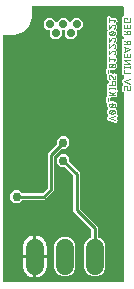
<source format=gbr>
G04 EAGLE Gerber RS-274X export*
G75*
%MOMM*%
%FSLAX34Y34*%
%LPD*%
%INBottom Copper*%
%IPPOS*%
%AMOC8*
5,1,8,0,0,1.08239X$1,22.5*%
G01*
%ADD10C,0.050800*%
%ADD11C,1.524000*%
%ADD12C,0.254000*%
%ADD13C,0.756400*%
%ADD14C,0.706400*%

G36*
X107718Y5084D02*
X107718Y5084D01*
X107737Y5082D01*
X107839Y5104D01*
X107941Y5120D01*
X107958Y5130D01*
X107978Y5134D01*
X108067Y5187D01*
X108158Y5236D01*
X108172Y5250D01*
X108189Y5260D01*
X108256Y5339D01*
X108328Y5414D01*
X108336Y5432D01*
X108349Y5447D01*
X108388Y5543D01*
X108431Y5637D01*
X108433Y5657D01*
X108441Y5675D01*
X108459Y5842D01*
X108459Y165461D01*
X108456Y165480D01*
X108458Y165500D01*
X108436Y165601D01*
X108420Y165703D01*
X108410Y165721D01*
X108406Y165740D01*
X108353Y165829D01*
X108304Y165921D01*
X108290Y165934D01*
X108280Y165952D01*
X108201Y166019D01*
X108126Y166090D01*
X108108Y166099D01*
X108093Y166111D01*
X107997Y166150D01*
X107903Y166194D01*
X107883Y166196D01*
X107865Y166203D01*
X107724Y166219D01*
X106679Y167264D01*
X106679Y171114D01*
X107790Y172226D01*
X107833Y172285D01*
X107883Y172337D01*
X107904Y172384D01*
X107934Y172425D01*
X107955Y172495D01*
X107986Y172561D01*
X107991Y172612D01*
X108006Y172660D01*
X108004Y172733D01*
X108012Y172805D01*
X108001Y172855D01*
X108000Y172906D01*
X107975Y172975D01*
X107959Y173046D01*
X107933Y173089D01*
X107915Y173137D01*
X107870Y173194D01*
X107832Y173256D01*
X107794Y173289D01*
X107762Y173329D01*
X107701Y173369D01*
X107645Y173416D01*
X107582Y173445D01*
X107555Y173462D01*
X107531Y173468D01*
X107493Y173486D01*
X107173Y173593D01*
X107152Y173616D01*
X107102Y173686D01*
X107071Y173708D01*
X107046Y173736D01*
X107010Y173759D01*
X106828Y174305D01*
X106812Y174334D01*
X106811Y174339D01*
X106807Y174358D01*
X106799Y174371D01*
X106786Y174405D01*
X106526Y174925D01*
X106528Y174956D01*
X106542Y175041D01*
X106536Y175078D01*
X106538Y175116D01*
X106529Y175158D01*
X106786Y175673D01*
X106796Y175704D01*
X106828Y175773D01*
X107011Y176325D01*
X107035Y176345D01*
X107105Y176396D01*
X107126Y176426D01*
X107155Y176451D01*
X107178Y176488D01*
X107724Y176670D01*
X107753Y176685D01*
X107824Y176711D01*
X108038Y176818D01*
X108111Y176871D01*
X108189Y176917D01*
X108211Y176943D01*
X108238Y176962D01*
X108290Y177036D01*
X108349Y177104D01*
X108361Y177135D01*
X108381Y177162D01*
X108407Y177249D01*
X108441Y177332D01*
X108445Y177375D01*
X108452Y177398D01*
X108452Y177430D01*
X108459Y177499D01*
X108459Y179553D01*
X108456Y179573D01*
X108458Y179593D01*
X108436Y179694D01*
X108420Y179796D01*
X108410Y179814D01*
X108406Y179833D01*
X108353Y179922D01*
X108304Y180013D01*
X108290Y180027D01*
X108280Y180044D01*
X108201Y180112D01*
X108126Y180183D01*
X108108Y180191D01*
X108093Y180204D01*
X107997Y180243D01*
X107903Y180286D01*
X107883Y180289D01*
X107865Y180296D01*
X107724Y180312D01*
X106679Y181357D01*
X106679Y188495D01*
X106687Y188507D01*
X106747Y188591D01*
X106753Y188610D01*
X106764Y188627D01*
X106789Y188727D01*
X106820Y188826D01*
X106819Y188846D01*
X106824Y188865D01*
X106816Y188968D01*
X106813Y189072D01*
X106806Y189091D01*
X106805Y189110D01*
X106764Y189205D01*
X106729Y189303D01*
X106716Y189318D01*
X106708Y189337D01*
X106679Y189373D01*
X106679Y190866D01*
X106833Y191020D01*
X106876Y191080D01*
X106927Y191134D01*
X106948Y191179D01*
X106977Y191219D01*
X106999Y191290D01*
X107029Y191357D01*
X107035Y191407D01*
X107049Y191455D01*
X107047Y191528D01*
X107055Y191602D01*
X107044Y191669D01*
X107043Y191700D01*
X107034Y191724D01*
X107027Y191767D01*
X106929Y192112D01*
X106882Y192210D01*
X106840Y192310D01*
X106828Y192324D01*
X106824Y192334D01*
X106803Y192356D01*
X106735Y192441D01*
X106679Y192497D01*
X106679Y192878D01*
X106676Y192899D01*
X106678Y192921D01*
X106650Y193087D01*
X106545Y193453D01*
X106583Y193522D01*
X106620Y193623D01*
X106640Y193666D01*
X106641Y193675D01*
X106661Y193725D01*
X106663Y193743D01*
X106667Y193753D01*
X106667Y193783D01*
X106679Y193892D01*
X106679Y193970D01*
X106784Y194074D01*
X106795Y194091D01*
X106811Y194103D01*
X106867Y194190D01*
X106927Y194274D01*
X106933Y194293D01*
X106944Y194310D01*
X106969Y194410D01*
X106999Y194509D01*
X106999Y194529D01*
X107004Y194548D01*
X106996Y194651D01*
X106993Y194755D01*
X106986Y194774D01*
X106985Y194794D01*
X106944Y194889D01*
X106909Y194986D01*
X106896Y195002D01*
X106888Y195020D01*
X106813Y195114D01*
X106808Y195123D01*
X106802Y195128D01*
X106784Y195151D01*
X106679Y195255D01*
X106679Y199277D01*
X106702Y199351D01*
X106736Y199435D01*
X106738Y199468D01*
X106748Y199500D01*
X106746Y199590D01*
X106751Y199680D01*
X106742Y199722D01*
X106741Y199746D01*
X106730Y199776D01*
X106716Y199844D01*
X106538Y200379D01*
X107230Y201765D01*
X107237Y201786D01*
X107249Y201804D01*
X107273Y201903D01*
X107303Y202000D01*
X107303Y202022D01*
X107308Y202043D01*
X107300Y202144D01*
X107298Y202246D01*
X107290Y202266D01*
X107288Y202288D01*
X107230Y202446D01*
X106538Y203831D01*
X106847Y204759D01*
X106861Y204848D01*
X106883Y204936D01*
X106881Y204969D01*
X106886Y205002D01*
X106871Y205091D01*
X106864Y205181D01*
X106851Y205211D01*
X106845Y205244D01*
X106803Y205324D01*
X106768Y205407D01*
X106741Y205440D01*
X106730Y205461D01*
X106707Y205483D01*
X106679Y205517D01*
X106679Y206995D01*
X106866Y207182D01*
X106919Y207255D01*
X106978Y207324D01*
X106990Y207355D01*
X107010Y207382D01*
X107036Y207468D01*
X107070Y207552D01*
X107072Y207585D01*
X107082Y207617D01*
X107080Y207707D01*
X107085Y207797D01*
X107076Y207839D01*
X107076Y207863D01*
X107065Y207893D01*
X107050Y207961D01*
X106538Y209499D01*
X107197Y210817D01*
X107939Y211065D01*
X107957Y211074D01*
X107978Y211079D01*
X108066Y211131D01*
X108156Y211179D01*
X108171Y211194D01*
X108189Y211205D01*
X108255Y211283D01*
X108326Y211357D01*
X108335Y211376D01*
X108349Y211392D01*
X108387Y211487D01*
X108431Y211580D01*
X108433Y211601D01*
X108441Y211620D01*
X108459Y211787D01*
X108459Y212314D01*
X108456Y212333D01*
X108458Y212353D01*
X108436Y212454D01*
X108420Y212556D01*
X108410Y212574D01*
X108406Y212593D01*
X108353Y212682D01*
X108304Y212774D01*
X108290Y212787D01*
X108280Y212805D01*
X108201Y212872D01*
X108126Y212943D01*
X108108Y212951D01*
X108093Y212964D01*
X107997Y213003D01*
X107903Y213047D01*
X107883Y213049D01*
X107865Y213056D01*
X107724Y213072D01*
X106679Y214117D01*
X106679Y215590D01*
X106866Y215777D01*
X106919Y215851D01*
X106978Y215919D01*
X106990Y215950D01*
X107010Y215977D01*
X107036Y216063D01*
X107070Y216147D01*
X107072Y216180D01*
X107082Y216212D01*
X107080Y216302D01*
X107085Y216392D01*
X107076Y216434D01*
X107076Y216458D01*
X107065Y216488D01*
X107050Y216556D01*
X106538Y218095D01*
X106895Y218809D01*
X106901Y218829D01*
X106913Y218847D01*
X106937Y218946D01*
X106968Y219044D01*
X106967Y219065D01*
X106973Y219086D01*
X106965Y219188D01*
X106962Y219290D01*
X106955Y219310D01*
X106953Y219331D01*
X106913Y219425D01*
X106878Y219521D01*
X106865Y219538D01*
X106857Y219557D01*
X106752Y219688D01*
X106679Y219761D01*
X106679Y223718D01*
X106982Y224021D01*
X107008Y224056D01*
X107040Y224086D01*
X107079Y224156D01*
X107126Y224221D01*
X107139Y224263D01*
X107160Y224301D01*
X107175Y224379D01*
X107198Y224456D01*
X107197Y224500D01*
X107205Y224543D01*
X107194Y224622D01*
X107192Y224702D01*
X107177Y224743D01*
X107170Y224786D01*
X107112Y224920D01*
X107107Y224933D01*
X107105Y224935D01*
X107103Y224940D01*
X106679Y225674D01*
X106679Y229083D01*
X107724Y230127D01*
X107737Y230126D01*
X107839Y230148D01*
X107941Y230164D01*
X107958Y230174D01*
X107978Y230178D01*
X108067Y230231D01*
X108158Y230280D01*
X108172Y230294D01*
X108189Y230304D01*
X108256Y230383D01*
X108328Y230458D01*
X108336Y230476D01*
X108349Y230491D01*
X108388Y230587D01*
X108431Y230681D01*
X108433Y230701D01*
X108441Y230719D01*
X108459Y230886D01*
X108459Y237898D01*
X108456Y237918D01*
X108458Y237937D01*
X108436Y238039D01*
X108420Y238141D01*
X108410Y238158D01*
X108406Y238178D01*
X108353Y238267D01*
X108304Y238358D01*
X108290Y238372D01*
X108280Y238389D01*
X108201Y238456D01*
X108126Y238528D01*
X108108Y238536D01*
X108093Y238549D01*
X107997Y238588D01*
X107903Y238631D01*
X107883Y238633D01*
X107865Y238641D01*
X107698Y238659D01*
X31184Y238659D01*
X31139Y238652D01*
X31093Y238654D01*
X31018Y238632D01*
X30941Y238620D01*
X30901Y238598D01*
X30856Y238585D01*
X30792Y238541D01*
X30724Y238504D01*
X30692Y238471D01*
X30654Y238445D01*
X30608Y238383D01*
X30554Y238326D01*
X30535Y238284D01*
X30508Y238248D01*
X30483Y238174D01*
X30451Y238103D01*
X30446Y238057D01*
X30431Y238014D01*
X30432Y237936D01*
X30424Y237859D01*
X30433Y237814D01*
X30434Y237768D01*
X30472Y237636D01*
X30476Y237618D01*
X30478Y237614D01*
X30480Y237607D01*
X31116Y236073D01*
X31116Y228747D01*
X28312Y221978D01*
X23132Y216798D01*
X16363Y213994D01*
X9037Y213994D01*
X7403Y214671D01*
X7359Y214681D01*
X7317Y214701D01*
X7240Y214709D01*
X7164Y214727D01*
X7118Y214723D01*
X7073Y214728D01*
X6996Y214711D01*
X6919Y214704D01*
X6877Y214685D01*
X6832Y214676D01*
X6765Y214636D01*
X6694Y214604D01*
X6660Y214573D01*
X6621Y214549D01*
X6570Y214490D01*
X6513Y214438D01*
X6491Y214397D01*
X6461Y214363D01*
X6432Y214290D01*
X6395Y214222D01*
X6386Y214177D01*
X6369Y214134D01*
X6354Y213998D01*
X6351Y213980D01*
X6352Y213975D01*
X6351Y213968D01*
X6351Y5842D01*
X6354Y5822D01*
X6352Y5803D01*
X6374Y5701D01*
X6390Y5599D01*
X6400Y5582D01*
X6404Y5562D01*
X6457Y5473D01*
X6506Y5382D01*
X6520Y5368D01*
X6530Y5351D01*
X6609Y5284D01*
X6684Y5212D01*
X6702Y5204D01*
X6717Y5191D01*
X6813Y5152D01*
X6907Y5109D01*
X6927Y5107D01*
X6945Y5099D01*
X7112Y5081D01*
X107698Y5081D01*
X107718Y5084D01*
G37*
%LPC*%
G36*
X82001Y9905D02*
X82001Y9905D01*
X78640Y11297D01*
X76067Y13870D01*
X74675Y17231D01*
X74675Y36109D01*
X76067Y39470D01*
X78640Y42043D01*
X80555Y42836D01*
X80655Y42898D01*
X80755Y42957D01*
X80759Y42962D01*
X80764Y42965D01*
X80839Y43056D01*
X80915Y43144D01*
X80917Y43150D01*
X80921Y43155D01*
X80963Y43263D01*
X81007Y43372D01*
X81008Y43380D01*
X81009Y43385D01*
X81010Y43403D01*
X81025Y43539D01*
X81025Y49327D01*
X81011Y49417D01*
X81003Y49508D01*
X80991Y49538D01*
X80986Y49570D01*
X80943Y49650D01*
X80907Y49734D01*
X80881Y49766D01*
X80870Y49787D01*
X80847Y49809D01*
X80802Y49865D01*
X65785Y64882D01*
X65785Y95047D01*
X65771Y95137D01*
X65763Y95228D01*
X65751Y95258D01*
X65746Y95290D01*
X65703Y95370D01*
X65667Y95454D01*
X65641Y95486D01*
X65630Y95507D01*
X65607Y95529D01*
X65562Y95585D01*
X58727Y102420D01*
X58653Y102473D01*
X58584Y102533D01*
X58554Y102545D01*
X58528Y102564D01*
X58441Y102591D01*
X58356Y102625D01*
X58315Y102629D01*
X58293Y102636D01*
X58260Y102635D01*
X58189Y102643D01*
X54952Y102643D01*
X51843Y105752D01*
X51843Y110148D01*
X54952Y113257D01*
X59348Y113257D01*
X62457Y110148D01*
X62457Y106911D01*
X62471Y106821D01*
X62479Y106730D01*
X62491Y106700D01*
X62496Y106668D01*
X62539Y106588D01*
X62575Y106504D01*
X62601Y106472D01*
X62612Y106451D01*
X62635Y106429D01*
X62680Y106373D01*
X71375Y97678D01*
X71375Y67513D01*
X71389Y67423D01*
X71397Y67332D01*
X71409Y67302D01*
X71414Y67270D01*
X71437Y67228D01*
X71438Y67223D01*
X71451Y67201D01*
X71457Y67190D01*
X71493Y67106D01*
X71519Y67074D01*
X71530Y67053D01*
X71553Y67031D01*
X71553Y67030D01*
X71564Y67012D01*
X71576Y67002D01*
X71598Y66975D01*
X86615Y51958D01*
X86615Y43539D01*
X86634Y43424D01*
X86651Y43308D01*
X86653Y43303D01*
X86654Y43296D01*
X86709Y43194D01*
X86762Y43089D01*
X86767Y43085D01*
X86770Y43079D01*
X86854Y42999D01*
X86938Y42917D01*
X86944Y42913D01*
X86948Y42910D01*
X86965Y42902D01*
X87085Y42836D01*
X89000Y42043D01*
X91573Y39470D01*
X92965Y36109D01*
X92965Y17231D01*
X91573Y13870D01*
X89000Y11297D01*
X85639Y9905D01*
X82001Y9905D01*
G37*
%LPD*%
%LPC*%
G36*
X95999Y141812D02*
X95999Y141812D01*
X95962Y141818D01*
X95927Y141832D01*
X95841Y141837D01*
X95756Y141851D01*
X95719Y141844D01*
X95681Y141847D01*
X95639Y141838D01*
X95124Y142095D01*
X95093Y142105D01*
X95024Y142136D01*
X94473Y142320D01*
X94452Y142344D01*
X94402Y142413D01*
X94371Y142435D01*
X94346Y142463D01*
X94310Y142487D01*
X94128Y143033D01*
X94112Y143062D01*
X94086Y143133D01*
X93826Y143653D01*
X93828Y143684D01*
X93842Y143769D01*
X93836Y143806D01*
X93838Y143843D01*
X93829Y143886D01*
X94086Y144401D01*
X94096Y144432D01*
X94128Y144500D01*
X94311Y145052D01*
X94335Y145073D01*
X94405Y145123D01*
X94426Y145154D01*
X94455Y145179D01*
X94478Y145215D01*
X94969Y145379D01*
X95074Y145434D01*
X95185Y145492D01*
X95185Y145493D01*
X95186Y145493D01*
X95268Y145579D01*
X95355Y145669D01*
X95355Y145670D01*
X95356Y145671D01*
X95410Y145785D01*
X95460Y145892D01*
X95460Y145893D01*
X95460Y145894D01*
X95475Y146020D01*
X95488Y146136D01*
X95488Y146137D01*
X95488Y146138D01*
X95461Y146263D01*
X95437Y146377D01*
X95437Y146379D01*
X95372Y146487D01*
X95312Y146588D01*
X95312Y146589D01*
X95311Y146590D01*
X95222Y146667D01*
X95126Y146749D01*
X95125Y146750D01*
X95120Y146752D01*
X95083Y146770D01*
X93979Y148315D01*
X93979Y150191D01*
X94953Y151554D01*
X94960Y151570D01*
X94972Y151583D01*
X95015Y151680D01*
X95061Y151774D01*
X95064Y151792D01*
X95071Y151808D01*
X95080Y151914D01*
X95094Y152018D01*
X95091Y152036D01*
X95092Y152053D01*
X95067Y152156D01*
X95047Y152260D01*
X95039Y152275D01*
X95037Y152281D01*
X95037Y152282D01*
X95034Y152292D01*
X94953Y152439D01*
X93979Y153801D01*
X93979Y155678D01*
X94188Y155970D01*
X94223Y156042D01*
X94267Y156109D01*
X94277Y156151D01*
X94297Y156190D01*
X94307Y156270D01*
X94327Y156348D01*
X94324Y156391D01*
X94329Y156434D01*
X94314Y156513D01*
X94308Y156593D01*
X94291Y156633D01*
X94283Y156675D01*
X94243Y156746D01*
X94212Y156819D01*
X94176Y156864D01*
X94161Y156889D01*
X94140Y156908D01*
X94107Y156950D01*
X93358Y157699D01*
X93358Y161656D01*
X93756Y162054D01*
X93809Y162128D01*
X93869Y162197D01*
X93881Y162227D01*
X93900Y162253D01*
X93927Y162340D01*
X93961Y162425D01*
X93965Y162466D01*
X93972Y162488D01*
X93971Y162521D01*
X93979Y162592D01*
X93979Y164065D01*
X94140Y164226D01*
X94184Y164288D01*
X94236Y164344D01*
X94256Y164387D01*
X94283Y164425D01*
X94306Y164499D01*
X94337Y164569D01*
X94342Y164616D01*
X94356Y164660D01*
X94354Y164737D01*
X94361Y164814D01*
X94350Y164876D01*
X94349Y164906D01*
X94340Y164931D01*
X94332Y164979D01*
X93844Y166638D01*
X93975Y166878D01*
X93986Y166911D01*
X94005Y166940D01*
X94019Y166996D01*
X94031Y167022D01*
X94034Y167046D01*
X94056Y167110D01*
X94056Y167145D01*
X94065Y167179D01*
X94058Y167267D01*
X94059Y167356D01*
X94048Y167389D01*
X94046Y167424D01*
X94011Y167505D01*
X93984Y167590D01*
X93979Y167596D01*
X93979Y170367D01*
X94028Y170443D01*
X94089Y170527D01*
X94095Y170546D01*
X94105Y170563D01*
X94131Y170663D01*
X94161Y170762D01*
X94161Y170782D01*
X94165Y170802D01*
X94157Y170905D01*
X94155Y171008D01*
X94148Y171027D01*
X94146Y171047D01*
X94106Y171142D01*
X94070Y171239D01*
X94058Y171255D01*
X94050Y171273D01*
X93979Y171361D01*
X93979Y172844D01*
X95021Y173885D01*
X95446Y173885D01*
X95518Y173897D01*
X95591Y173899D01*
X95639Y173917D01*
X95688Y173925D01*
X95753Y173959D01*
X95822Y173985D01*
X95861Y174017D01*
X95906Y174040D01*
X95956Y174093D01*
X96013Y174139D01*
X96040Y174182D01*
X96075Y174219D01*
X96106Y174285D01*
X96145Y174347D01*
X96157Y174396D01*
X96179Y174442D01*
X96187Y174514D01*
X96204Y174586D01*
X96200Y174636D01*
X96206Y174686D01*
X96190Y174758D01*
X96184Y174831D01*
X96164Y174877D01*
X96153Y174927D01*
X96116Y174989D01*
X96087Y175057D01*
X96044Y175110D01*
X96027Y175138D01*
X96009Y175153D01*
X95982Y175187D01*
X95282Y175881D01*
X94656Y176501D01*
X93979Y178127D01*
X93979Y179816D01*
X94066Y179967D01*
X94082Y180008D01*
X94105Y180045D01*
X94125Y180122D01*
X94153Y180197D01*
X94155Y180241D01*
X94166Y180283D01*
X94159Y180363D01*
X94162Y180443D01*
X94150Y180485D01*
X94146Y180529D01*
X94115Y180602D01*
X94092Y180679D01*
X94067Y180715D01*
X94050Y180755D01*
X93959Y180869D01*
X93951Y180880D01*
X93948Y180882D01*
X93945Y180886D01*
X93358Y181473D01*
X93358Y185430D01*
X94107Y186178D01*
X94154Y186244D01*
X94208Y186303D01*
X94225Y186343D01*
X94250Y186378D01*
X94274Y186455D01*
X94306Y186529D01*
X94310Y186572D01*
X94323Y186613D01*
X94321Y186693D01*
X94328Y186774D01*
X94317Y186816D01*
X94316Y186859D01*
X94289Y186934D01*
X94270Y187013D01*
X94242Y187063D01*
X94232Y187090D01*
X94214Y187112D01*
X94188Y187159D01*
X93979Y187451D01*
X93979Y189327D01*
X94546Y190120D01*
X94581Y190192D01*
X94625Y190260D01*
X94635Y190302D01*
X94655Y190341D01*
X94665Y190421D01*
X94685Y190499D01*
X94682Y190542D01*
X94687Y190585D01*
X94672Y190664D01*
X94666Y190744D01*
X94649Y190784D01*
X94641Y190826D01*
X94601Y190896D01*
X94569Y190970D01*
X94534Y191015D01*
X94519Y191040D01*
X94498Y191059D01*
X94465Y191101D01*
X93979Y191587D01*
X93979Y196197D01*
X94039Y196280D01*
X94045Y196299D01*
X94055Y196316D01*
X94081Y196416D01*
X94111Y196515D01*
X94111Y196535D01*
X94115Y196555D01*
X94107Y196658D01*
X94105Y196761D01*
X94098Y196780D01*
X94096Y196800D01*
X94056Y196895D01*
X94020Y196992D01*
X94008Y197008D01*
X94000Y197026D01*
X93943Y197097D01*
X93940Y197119D01*
X93920Y197155D01*
X93977Y197851D01*
X93975Y197873D01*
X93979Y197912D01*
X93979Y201684D01*
X94039Y201766D01*
X94045Y201785D01*
X94055Y201802D01*
X94081Y201903D01*
X94111Y202002D01*
X94111Y202022D01*
X94115Y202041D01*
X94107Y202144D01*
X94105Y202247D01*
X94098Y202266D01*
X94096Y202286D01*
X94056Y202381D01*
X94020Y202478D01*
X94008Y202494D01*
X94000Y202512D01*
X93943Y202584D01*
X93940Y202605D01*
X93920Y202641D01*
X93977Y203337D01*
X93975Y203360D01*
X93979Y203399D01*
X93979Y207169D01*
X93981Y207172D01*
X94039Y207253D01*
X94045Y207272D01*
X94055Y207289D01*
X94081Y207389D01*
X94111Y207488D01*
X94111Y207508D01*
X94115Y207527D01*
X94107Y207630D01*
X94105Y207734D01*
X94098Y207753D01*
X94096Y207773D01*
X94056Y207868D01*
X94020Y207965D01*
X94008Y207981D01*
X94000Y207999D01*
X93943Y208070D01*
X93940Y208092D01*
X93920Y208128D01*
X93977Y208824D01*
X93975Y208846D01*
X93979Y208885D01*
X93979Y212624D01*
X94465Y213109D01*
X94512Y213174D01*
X94566Y213234D01*
X94583Y213274D01*
X94608Y213309D01*
X94632Y213386D01*
X94664Y213459D01*
X94668Y213502D01*
X94681Y213544D01*
X94678Y213624D01*
X94685Y213704D01*
X94675Y213746D01*
X94674Y213790D01*
X94647Y213865D01*
X94628Y213943D01*
X94600Y213993D01*
X94590Y214021D01*
X94572Y214043D01*
X94546Y214090D01*
X93979Y214883D01*
X93979Y216759D01*
X94543Y217549D01*
X94565Y217593D01*
X94596Y217633D01*
X94619Y217703D01*
X94652Y217769D01*
X94659Y217819D01*
X94675Y217866D01*
X94675Y217940D01*
X94685Y218013D01*
X94675Y218062D01*
X94675Y218112D01*
X94652Y218182D01*
X94638Y218255D01*
X94613Y218298D01*
X94598Y218345D01*
X94529Y218447D01*
X94517Y218469D01*
X94511Y218474D01*
X94504Y218484D01*
X94469Y218525D01*
X94452Y218540D01*
X94428Y218570D01*
X93941Y219057D01*
X93940Y219064D01*
X93920Y219101D01*
X93977Y219796D01*
X93975Y219819D01*
X93979Y219858D01*
X93979Y223629D01*
X94039Y223712D01*
X94045Y223731D01*
X94055Y223748D01*
X94081Y223848D01*
X94111Y223947D01*
X94111Y223967D01*
X94115Y223986D01*
X94107Y224089D01*
X94105Y224193D01*
X94098Y224212D01*
X94096Y224232D01*
X94056Y224326D01*
X94020Y224424D01*
X94008Y224440D01*
X94000Y224458D01*
X93979Y224484D01*
X93979Y229083D01*
X95021Y230125D01*
X96495Y230125D01*
X97626Y228993D01*
X97643Y228965D01*
X97692Y228874D01*
X97706Y228860D01*
X97716Y228843D01*
X97795Y228775D01*
X97870Y228704D01*
X97888Y228696D01*
X97903Y228683D01*
X97999Y228644D01*
X98093Y228601D01*
X98113Y228598D01*
X98131Y228591D01*
X98298Y228573D01*
X101205Y228573D01*
X101234Y228577D01*
X101289Y228577D01*
X101924Y228648D01*
X101976Y228619D01*
X102024Y228610D01*
X102060Y228595D01*
X102504Y228151D01*
X102528Y228134D01*
X102567Y228095D01*
X103066Y227696D01*
X103082Y227639D01*
X103110Y227598D01*
X103125Y227562D01*
X103125Y226935D01*
X103129Y226906D01*
X103129Y226850D01*
X103200Y226216D01*
X103171Y226164D01*
X103162Y226115D01*
X103147Y226079D01*
X102703Y225635D01*
X102687Y225612D01*
X102647Y225573D01*
X102106Y224896D01*
X102068Y224829D01*
X102022Y224766D01*
X102008Y224722D01*
X101985Y224682D01*
X101971Y224606D01*
X101947Y224532D01*
X101948Y224486D01*
X101939Y224440D01*
X101950Y224363D01*
X101951Y224286D01*
X101966Y224242D01*
X101973Y224196D01*
X102007Y224127D01*
X102033Y224054D01*
X102061Y224018D01*
X102082Y223976D01*
X102137Y223921D01*
X102184Y223860D01*
X102234Y223824D01*
X102256Y223802D01*
X102269Y223796D01*
X103125Y222314D01*
X103125Y220301D01*
X102171Y218990D01*
X102162Y218971D01*
X102148Y218955D01*
X102107Y218861D01*
X102061Y218770D01*
X102058Y218749D01*
X102049Y218730D01*
X102040Y218628D01*
X102026Y218526D01*
X102030Y218506D01*
X102028Y218485D01*
X102052Y218385D01*
X102070Y218284D01*
X102081Y218266D01*
X102086Y218246D01*
X102167Y218099D01*
X103125Y216759D01*
X103125Y214883D01*
X102279Y213698D01*
X102233Y213605D01*
X102182Y213514D01*
X102178Y213495D01*
X102170Y213478D01*
X102156Y213374D01*
X102137Y213272D01*
X102140Y213253D01*
X102137Y213234D01*
X102157Y213132D01*
X102171Y213029D01*
X102181Y213007D01*
X102184Y212992D01*
X102200Y212965D01*
X102239Y212875D01*
X103125Y211341D01*
X103125Y209328D01*
X102298Y208191D01*
X102249Y208095D01*
X102197Y208001D01*
X102194Y207985D01*
X102187Y207971D01*
X102172Y207865D01*
X102152Y207760D01*
X102155Y207744D01*
X102152Y207728D01*
X102172Y207622D01*
X102187Y207516D01*
X102195Y207498D01*
X102197Y207486D01*
X102212Y207459D01*
X102254Y207362D01*
X103125Y205854D01*
X103125Y203841D01*
X102298Y202704D01*
X102249Y202608D01*
X102197Y202515D01*
X102194Y202499D01*
X102187Y202485D01*
X102172Y202378D01*
X102152Y202273D01*
X102155Y202257D01*
X102152Y202241D01*
X102172Y202136D01*
X102187Y202030D01*
X102195Y202012D01*
X102197Y201999D01*
X102210Y201976D01*
X102212Y201965D01*
X102223Y201947D01*
X102254Y201876D01*
X103125Y200368D01*
X103125Y198355D01*
X101931Y196714D01*
X101894Y196639D01*
X101849Y196569D01*
X101839Y196530D01*
X101821Y196495D01*
X101809Y196412D01*
X101789Y196331D01*
X101792Y196291D01*
X101786Y196251D01*
X101801Y196169D01*
X101808Y196086D01*
X101823Y196049D01*
X101831Y196009D01*
X101871Y195936D01*
X101904Y195859D01*
X101937Y195818D01*
X101950Y195794D01*
X101972Y195774D01*
X102009Y195728D01*
X102504Y195233D01*
X102528Y195216D01*
X102567Y195177D01*
X103066Y194778D01*
X103082Y194721D01*
X103110Y194680D01*
X103125Y194644D01*
X103125Y194016D01*
X103129Y193988D01*
X103129Y193932D01*
X103200Y193297D01*
X103171Y193246D01*
X103162Y193197D01*
X103147Y193161D01*
X102703Y192717D01*
X102687Y192694D01*
X102647Y192655D01*
X102003Y191850D01*
X101985Y191816D01*
X101959Y191788D01*
X101925Y191710D01*
X101883Y191636D01*
X101876Y191598D01*
X101860Y191563D01*
X101853Y191478D01*
X101837Y191394D01*
X101842Y191356D01*
X101839Y191317D01*
X101859Y191235D01*
X101870Y191150D01*
X101888Y191116D01*
X101897Y191078D01*
X101978Y190932D01*
X103125Y189327D01*
X103125Y187451D01*
X102034Y185924D01*
X101295Y185671D01*
X101268Y185656D01*
X101208Y185635D01*
X100025Y185058D01*
X97677Y185058D01*
X97657Y185055D01*
X97638Y185057D01*
X97536Y185035D01*
X97434Y185018D01*
X97417Y185009D01*
X97397Y185005D01*
X97308Y184952D01*
X97217Y184903D01*
X97203Y184889D01*
X97186Y184879D01*
X97119Y184800D01*
X97048Y184725D01*
X97039Y184707D01*
X97026Y184692D01*
X96987Y184596D01*
X96944Y184502D01*
X96942Y184482D01*
X96934Y184464D01*
X96916Y184297D01*
X96916Y182789D01*
X96919Y182769D01*
X96917Y182749D01*
X96939Y182648D01*
X96956Y182546D01*
X96965Y182528D01*
X96969Y182509D01*
X97022Y182420D01*
X97071Y182329D01*
X97085Y182315D01*
X97095Y182298D01*
X97174Y182230D01*
X97249Y182159D01*
X97267Y182151D01*
X97282Y182138D01*
X97378Y182099D01*
X97472Y182056D01*
X97492Y182053D01*
X97510Y182046D01*
X97677Y182028D01*
X97807Y182028D01*
X99015Y181337D01*
X99119Y181298D01*
X99222Y181256D01*
X99235Y181255D01*
X99246Y181251D01*
X99357Y181247D01*
X99468Y181240D01*
X99480Y181243D01*
X99492Y181243D01*
X99598Y181275D01*
X99705Y181304D01*
X99718Y181311D01*
X99727Y181314D01*
X99750Y181330D01*
X99850Y181389D01*
X100402Y181803D01*
X101861Y181595D01*
X102303Y181006D01*
X103125Y179910D01*
X103125Y178541D01*
X103125Y177732D01*
X102410Y176494D01*
X102372Y176393D01*
X102330Y176295D01*
X102329Y176279D01*
X102323Y176264D01*
X102319Y176157D01*
X102310Y176050D01*
X102314Y176034D01*
X102314Y176018D01*
X102344Y175915D01*
X102370Y175811D01*
X102380Y175794D01*
X102384Y175782D01*
X102401Y175757D01*
X102453Y175666D01*
X103125Y174741D01*
X103125Y171365D01*
X103076Y171289D01*
X103015Y171204D01*
X103009Y171185D01*
X102999Y171168D01*
X102973Y171068D01*
X102943Y170969D01*
X102943Y170949D01*
X102939Y170930D01*
X102947Y170827D01*
X102949Y170723D01*
X102956Y170705D01*
X102958Y170685D01*
X102998Y170589D01*
X103034Y170492D01*
X103046Y170477D01*
X103054Y170458D01*
X103125Y170370D01*
X103125Y167415D01*
X103137Y167343D01*
X103139Y167269D01*
X103156Y167222D01*
X103163Y167184D01*
X103088Y165612D01*
X102887Y165430D01*
X102864Y165401D01*
X102834Y165377D01*
X102788Y165305D01*
X102735Y165238D01*
X102722Y165202D01*
X102701Y165170D01*
X102680Y165087D01*
X102651Y165006D01*
X102650Y164968D01*
X102641Y164931D01*
X102648Y164846D01*
X102646Y164760D01*
X102657Y164724D01*
X102660Y164686D01*
X102694Y164607D01*
X102719Y164526D01*
X102741Y164495D01*
X102756Y164460D01*
X102861Y164329D01*
X103125Y164065D01*
X103125Y162592D01*
X102083Y161550D01*
X98913Y161550D01*
X98841Y161538D01*
X98767Y161536D01*
X98720Y161518D01*
X98682Y161512D01*
X97907Y161549D01*
X97893Y161547D01*
X97871Y161550D01*
X97677Y161550D01*
X97657Y161547D01*
X97638Y161549D01*
X97536Y161527D01*
X97434Y161510D01*
X97417Y161501D01*
X97397Y161497D01*
X97308Y161443D01*
X97217Y161395D01*
X97203Y161381D01*
X97186Y161370D01*
X97119Y161292D01*
X97048Y161217D01*
X97039Y161199D01*
X97026Y161183D01*
X96987Y161087D01*
X96944Y160994D01*
X96942Y160974D01*
X96934Y160955D01*
X96916Y160789D01*
X96916Y158832D01*
X96918Y158821D01*
X96917Y158814D01*
X96918Y158806D01*
X96917Y158792D01*
X96939Y158691D01*
X96956Y158589D01*
X96965Y158571D01*
X96969Y158552D01*
X97022Y158463D01*
X97071Y158372D01*
X97085Y158358D01*
X97095Y158341D01*
X97174Y158273D01*
X97249Y158202D01*
X97267Y158194D01*
X97282Y158181D01*
X97378Y158142D01*
X97472Y158099D01*
X97492Y158096D01*
X97510Y158089D01*
X97677Y158070D01*
X100025Y158070D01*
X100679Y157752D01*
X100724Y157738D01*
X100765Y157716D01*
X100895Y157687D01*
X100915Y157681D01*
X100920Y157681D01*
X100929Y157679D01*
X101034Y157668D01*
X101037Y157663D01*
X101125Y157587D01*
X101210Y157510D01*
X101217Y157507D01*
X101223Y157502D01*
X101375Y157430D01*
X102034Y157204D01*
X103125Y155678D01*
X103125Y153801D01*
X102151Y152439D01*
X102149Y152434D01*
X102145Y152430D01*
X102141Y152419D01*
X102132Y152410D01*
X102089Y152313D01*
X102043Y152218D01*
X102040Y152200D01*
X102033Y152184D01*
X102024Y152079D01*
X102010Y151974D01*
X102013Y151957D01*
X102012Y151939D01*
X102037Y151836D01*
X102057Y151733D01*
X102065Y151717D01*
X102070Y151700D01*
X102151Y151554D01*
X103125Y150191D01*
X103125Y148315D01*
X102805Y147868D01*
X102804Y147865D01*
X102802Y147863D01*
X102792Y147842D01*
X102775Y147822D01*
X102739Y147733D01*
X102697Y147647D01*
X102693Y147620D01*
X102682Y147594D01*
X102677Y147498D01*
X102664Y147403D01*
X102669Y147376D01*
X102667Y147349D01*
X102703Y147185D01*
X103266Y145493D01*
X102574Y144107D01*
X102567Y144086D01*
X102555Y144067D01*
X102531Y143969D01*
X102501Y143872D01*
X102501Y143850D01*
X102496Y143829D01*
X102504Y143728D01*
X102506Y143626D01*
X102514Y143606D01*
X102516Y143584D01*
X102574Y143426D01*
X103266Y142041D01*
X102800Y140643D01*
X101483Y139984D01*
X95999Y141812D01*
G37*
%LPD*%
%LPC*%
G36*
X15554Y72163D02*
X15554Y72163D01*
X12445Y75272D01*
X12445Y79668D01*
X15554Y82777D01*
X19950Y82777D01*
X22239Y80488D01*
X22313Y80435D01*
X22383Y80375D01*
X22413Y80363D01*
X22439Y80344D01*
X22526Y80317D01*
X22611Y80283D01*
X22652Y80279D01*
X22674Y80272D01*
X22706Y80273D01*
X22777Y80265D01*
X39167Y80265D01*
X39257Y80279D01*
X39348Y80287D01*
X39378Y80299D01*
X39410Y80304D01*
X39490Y80347D01*
X39574Y80383D01*
X39606Y80409D01*
X39627Y80420D01*
X39649Y80443D01*
X39705Y80488D01*
X43972Y84755D01*
X44025Y84829D01*
X44085Y84898D01*
X44097Y84928D01*
X44116Y84954D01*
X44143Y85041D01*
X44177Y85126D01*
X44181Y85167D01*
X44188Y85189D01*
X44187Y85222D01*
X44195Y85293D01*
X44195Y114188D01*
X51620Y121613D01*
X51673Y121687D01*
X51733Y121756D01*
X51745Y121786D01*
X51764Y121812D01*
X51791Y121899D01*
X51825Y121984D01*
X51829Y122025D01*
X51836Y122047D01*
X51835Y122080D01*
X51843Y122151D01*
X51843Y125388D01*
X54952Y128497D01*
X59348Y128497D01*
X62457Y125388D01*
X62457Y120992D01*
X59348Y117883D01*
X56111Y117883D01*
X56021Y117869D01*
X55930Y117861D01*
X55900Y117849D01*
X55868Y117844D01*
X55788Y117801D01*
X55704Y117765D01*
X55672Y117739D01*
X55651Y117728D01*
X55629Y117705D01*
X55573Y117660D01*
X50008Y112095D01*
X49955Y112021D01*
X49895Y111952D01*
X49883Y111922D01*
X49864Y111896D01*
X49837Y111809D01*
X49803Y111724D01*
X49799Y111683D01*
X49792Y111661D01*
X49793Y111628D01*
X49785Y111557D01*
X49785Y82662D01*
X41798Y74675D01*
X22777Y74675D01*
X22687Y74661D01*
X22596Y74653D01*
X22567Y74641D01*
X22535Y74636D01*
X22454Y74593D01*
X22370Y74557D01*
X22338Y74531D01*
X22317Y74520D01*
X22295Y74497D01*
X22239Y74452D01*
X19950Y72163D01*
X15554Y72163D01*
G37*
%LPD*%
%LPC*%
G36*
X56601Y9905D02*
X56601Y9905D01*
X53240Y11297D01*
X50667Y13870D01*
X49275Y17231D01*
X49275Y36109D01*
X50667Y39470D01*
X53240Y42043D01*
X56601Y43435D01*
X60239Y43435D01*
X63600Y42043D01*
X66173Y39470D01*
X67565Y36109D01*
X67565Y17231D01*
X66173Y13870D01*
X63600Y11297D01*
X60239Y9905D01*
X56601Y9905D01*
G37*
%LPD*%
%LPC*%
G36*
X48705Y210843D02*
X48705Y210843D01*
X45743Y213805D01*
X45743Y217702D01*
X45740Y217722D01*
X45742Y217741D01*
X45720Y217843D01*
X45704Y217945D01*
X45694Y217962D01*
X45690Y217982D01*
X45637Y218071D01*
X45588Y218162D01*
X45574Y218176D01*
X45564Y218193D01*
X45485Y218260D01*
X45410Y218332D01*
X45392Y218340D01*
X45377Y218353D01*
X45281Y218392D01*
X45187Y218435D01*
X45167Y218437D01*
X45149Y218445D01*
X44982Y218463D01*
X43625Y218463D01*
X40663Y221425D01*
X40663Y225615D01*
X43625Y228577D01*
X47815Y228577D01*
X50897Y225495D01*
X50913Y225483D01*
X50925Y225467D01*
X51013Y225411D01*
X51096Y225351D01*
X51115Y225345D01*
X51132Y225334D01*
X51233Y225309D01*
X51332Y225279D01*
X51351Y225279D01*
X51371Y225274D01*
X51474Y225282D01*
X51577Y225285D01*
X51596Y225292D01*
X51616Y225293D01*
X51711Y225334D01*
X51808Y225369D01*
X51824Y225382D01*
X51842Y225390D01*
X51973Y225495D01*
X55055Y228577D01*
X59245Y228577D01*
X62327Y225495D01*
X62343Y225483D01*
X62355Y225467D01*
X62443Y225411D01*
X62526Y225351D01*
X62545Y225345D01*
X62562Y225334D01*
X62663Y225309D01*
X62762Y225279D01*
X62781Y225279D01*
X62801Y225274D01*
X62904Y225282D01*
X63007Y225285D01*
X63026Y225292D01*
X63046Y225293D01*
X63141Y225334D01*
X63238Y225369D01*
X63254Y225382D01*
X63272Y225390D01*
X63403Y225495D01*
X66485Y228577D01*
X70675Y228577D01*
X73637Y225615D01*
X73637Y221425D01*
X70675Y218463D01*
X69318Y218463D01*
X69298Y218460D01*
X69279Y218462D01*
X69177Y218440D01*
X69075Y218424D01*
X69058Y218414D01*
X69038Y218410D01*
X68949Y218357D01*
X68858Y218308D01*
X68844Y218294D01*
X68827Y218284D01*
X68760Y218205D01*
X68688Y218130D01*
X68680Y218112D01*
X68667Y218097D01*
X68628Y218001D01*
X68585Y217907D01*
X68583Y217887D01*
X68575Y217869D01*
X68557Y217702D01*
X68557Y213805D01*
X65595Y210843D01*
X61405Y210843D01*
X58443Y213805D01*
X58443Y217702D01*
X58440Y217722D01*
X58442Y217741D01*
X58420Y217843D01*
X58404Y217945D01*
X58394Y217962D01*
X58390Y217982D01*
X58337Y218071D01*
X58288Y218162D01*
X58274Y218176D01*
X58264Y218193D01*
X58185Y218260D01*
X58110Y218332D01*
X58092Y218340D01*
X58077Y218353D01*
X57981Y218392D01*
X57887Y218435D01*
X57867Y218437D01*
X57849Y218445D01*
X57682Y218463D01*
X56618Y218463D01*
X56598Y218460D01*
X56579Y218462D01*
X56477Y218440D01*
X56375Y218424D01*
X56358Y218414D01*
X56338Y218410D01*
X56249Y218357D01*
X56158Y218308D01*
X56144Y218294D01*
X56127Y218284D01*
X56060Y218205D01*
X55988Y218130D01*
X55980Y218112D01*
X55967Y218097D01*
X55928Y218001D01*
X55885Y217907D01*
X55883Y217887D01*
X55875Y217869D01*
X55857Y217702D01*
X55857Y213805D01*
X52895Y210843D01*
X48705Y210843D01*
G37*
%LPD*%
%LPC*%
G36*
X34543Y28193D02*
X34543Y28193D01*
X34543Y44336D01*
X35399Y44201D01*
X36920Y43706D01*
X38345Y42980D01*
X39639Y42040D01*
X40770Y40909D01*
X41710Y39615D01*
X42436Y38190D01*
X42931Y36669D01*
X43181Y35090D01*
X43181Y28193D01*
X34543Y28193D01*
G37*
%LPD*%
%LPC*%
G36*
X34543Y25147D02*
X34543Y25147D01*
X43181Y25147D01*
X43181Y18250D01*
X42931Y16671D01*
X42436Y15150D01*
X41710Y13725D01*
X40770Y12431D01*
X39639Y11300D01*
X38345Y10360D01*
X36920Y9634D01*
X35399Y9139D01*
X34543Y9004D01*
X34543Y25147D01*
G37*
%LPD*%
%LPC*%
G36*
X22859Y28193D02*
X22859Y28193D01*
X22859Y35090D01*
X23109Y36669D01*
X23604Y38190D01*
X24330Y39615D01*
X25270Y40909D01*
X26401Y42040D01*
X27695Y42980D01*
X29120Y43706D01*
X30641Y44201D01*
X31497Y44336D01*
X31497Y28193D01*
X22859Y28193D01*
G37*
%LPD*%
%LPC*%
G36*
X30641Y9139D02*
X30641Y9139D01*
X29120Y9634D01*
X27695Y10360D01*
X26401Y11300D01*
X25270Y12431D01*
X24330Y13725D01*
X23604Y15150D01*
X23109Y16671D01*
X22859Y18250D01*
X22859Y25147D01*
X31497Y25147D01*
X31497Y9004D01*
X30641Y9139D01*
G37*
%LPD*%
%LPC*%
G36*
X33019Y26669D02*
X33019Y26669D01*
X33019Y26671D01*
X33021Y26671D01*
X33021Y26669D01*
X33019Y26669D01*
G37*
%LPD*%
D10*
X108458Y168001D02*
X108458Y169863D01*
X108460Y169933D01*
X108466Y170002D01*
X108476Y170071D01*
X108489Y170139D01*
X108507Y170207D01*
X108528Y170273D01*
X108553Y170338D01*
X108581Y170402D01*
X108613Y170464D01*
X108648Y170524D01*
X108687Y170582D01*
X108729Y170637D01*
X108774Y170691D01*
X108822Y170741D01*
X108872Y170789D01*
X108926Y170834D01*
X108981Y170876D01*
X109039Y170915D01*
X109099Y170950D01*
X109161Y170982D01*
X109225Y171010D01*
X109290Y171035D01*
X109356Y171056D01*
X109424Y171074D01*
X109492Y171087D01*
X109561Y171097D01*
X109630Y171103D01*
X109700Y171105D01*
X110321Y171105D01*
X110391Y171103D01*
X110460Y171097D01*
X110529Y171087D01*
X110597Y171074D01*
X110665Y171056D01*
X110731Y171035D01*
X110796Y171010D01*
X110860Y170982D01*
X110922Y170950D01*
X110982Y170915D01*
X111040Y170876D01*
X111095Y170834D01*
X111149Y170789D01*
X111199Y170741D01*
X111247Y170691D01*
X111292Y170637D01*
X111334Y170582D01*
X111373Y170524D01*
X111408Y170464D01*
X111440Y170402D01*
X111468Y170338D01*
X111493Y170273D01*
X111514Y170207D01*
X111532Y170139D01*
X111545Y170071D01*
X111555Y170002D01*
X111561Y169933D01*
X111563Y169863D01*
X111562Y169863D02*
X111562Y168001D01*
X114046Y168001D01*
X114046Y171105D01*
X114046Y173177D02*
X108458Y175039D01*
X114046Y176902D01*
X114046Y182093D02*
X108458Y182093D01*
X108458Y184577D01*
X108458Y187109D02*
X114046Y187109D01*
X108458Y186488D02*
X108458Y187730D01*
X114046Y187730D02*
X114046Y186488D01*
X114046Y190129D02*
X108458Y190129D01*
X108458Y193233D02*
X114046Y190129D01*
X114046Y193233D02*
X108458Y193233D01*
X108458Y195992D02*
X108458Y198476D01*
X108458Y195992D02*
X114046Y195992D01*
X114046Y198476D01*
X111562Y197855D02*
X111562Y195992D01*
X108458Y200243D02*
X114046Y202105D01*
X108458Y203968D01*
X109855Y203502D02*
X109855Y200708D01*
X108458Y206258D02*
X114046Y206258D01*
X114046Y207811D01*
X114044Y207888D01*
X114038Y207966D01*
X114029Y208042D01*
X114015Y208119D01*
X113998Y208194D01*
X113977Y208268D01*
X113952Y208342D01*
X113924Y208414D01*
X113892Y208484D01*
X113857Y208553D01*
X113818Y208620D01*
X113776Y208685D01*
X113731Y208748D01*
X113683Y208809D01*
X113632Y208867D01*
X113578Y208922D01*
X113521Y208975D01*
X113462Y209024D01*
X113400Y209071D01*
X113336Y209115D01*
X113270Y209155D01*
X113202Y209192D01*
X113132Y209226D01*
X113061Y209256D01*
X112988Y209282D01*
X112914Y209305D01*
X112839Y209324D01*
X112764Y209339D01*
X112687Y209351D01*
X112610Y209359D01*
X112533Y209363D01*
X112455Y209363D01*
X112378Y209359D01*
X112301Y209351D01*
X112224Y209339D01*
X112149Y209324D01*
X112074Y209305D01*
X112000Y209282D01*
X111927Y209256D01*
X111856Y209226D01*
X111786Y209192D01*
X111718Y209155D01*
X111652Y209115D01*
X111588Y209071D01*
X111526Y209024D01*
X111467Y208975D01*
X111410Y208922D01*
X111356Y208867D01*
X111305Y208809D01*
X111257Y208748D01*
X111212Y208685D01*
X111170Y208620D01*
X111131Y208553D01*
X111096Y208484D01*
X111064Y208414D01*
X111036Y208342D01*
X111011Y208268D01*
X110990Y208194D01*
X110973Y208119D01*
X110959Y208042D01*
X110950Y207966D01*
X110944Y207888D01*
X110942Y207811D01*
X110942Y206258D01*
X110942Y208121D02*
X108458Y209363D01*
X108458Y214854D02*
X114046Y214854D01*
X114046Y216406D01*
X114044Y216483D01*
X114038Y216561D01*
X114029Y216637D01*
X114015Y216714D01*
X113998Y216789D01*
X113977Y216863D01*
X113952Y216937D01*
X113924Y217009D01*
X113892Y217079D01*
X113857Y217148D01*
X113818Y217215D01*
X113776Y217280D01*
X113731Y217343D01*
X113683Y217404D01*
X113632Y217462D01*
X113578Y217517D01*
X113521Y217570D01*
X113462Y217619D01*
X113400Y217666D01*
X113336Y217710D01*
X113270Y217750D01*
X113202Y217787D01*
X113132Y217821D01*
X113061Y217851D01*
X112988Y217877D01*
X112914Y217900D01*
X112839Y217919D01*
X112764Y217934D01*
X112687Y217946D01*
X112610Y217954D01*
X112533Y217958D01*
X112455Y217958D01*
X112378Y217954D01*
X112301Y217946D01*
X112224Y217934D01*
X112149Y217919D01*
X112074Y217900D01*
X112000Y217877D01*
X111927Y217851D01*
X111856Y217821D01*
X111786Y217787D01*
X111718Y217750D01*
X111652Y217710D01*
X111588Y217666D01*
X111526Y217619D01*
X111467Y217570D01*
X111410Y217517D01*
X111356Y217462D01*
X111305Y217404D01*
X111257Y217343D01*
X111212Y217280D01*
X111170Y217215D01*
X111131Y217148D01*
X111096Y217079D01*
X111064Y217009D01*
X111036Y216937D01*
X111011Y216863D01*
X110990Y216789D01*
X110973Y216714D01*
X110959Y216637D01*
X110950Y216561D01*
X110944Y216483D01*
X110942Y216406D01*
X110942Y214854D01*
X110942Y216716D02*
X108458Y217958D01*
X108458Y220498D02*
X108458Y222981D01*
X108458Y220498D02*
X114046Y220498D01*
X114046Y222981D01*
X111562Y222360D02*
X111562Y220498D01*
X111562Y227415D02*
X111562Y228346D01*
X108458Y228346D01*
X108458Y226483D01*
X108460Y226413D01*
X108466Y226344D01*
X108476Y226275D01*
X108489Y226207D01*
X108507Y226139D01*
X108528Y226073D01*
X108553Y226008D01*
X108581Y225944D01*
X108613Y225882D01*
X108648Y225822D01*
X108687Y225764D01*
X108729Y225709D01*
X108774Y225655D01*
X108822Y225605D01*
X108872Y225557D01*
X108926Y225512D01*
X108981Y225470D01*
X109039Y225431D01*
X109099Y225396D01*
X109161Y225364D01*
X109225Y225336D01*
X109290Y225311D01*
X109356Y225290D01*
X109424Y225272D01*
X109492Y225259D01*
X109561Y225249D01*
X109630Y225243D01*
X109700Y225241D01*
X109700Y225242D02*
X112804Y225242D01*
X112804Y225241D02*
X112874Y225243D01*
X112943Y225249D01*
X113012Y225259D01*
X113080Y225272D01*
X113148Y225290D01*
X113214Y225311D01*
X113279Y225336D01*
X113343Y225364D01*
X113405Y225396D01*
X113465Y225431D01*
X113523Y225470D01*
X113578Y225512D01*
X113632Y225557D01*
X113682Y225605D01*
X113730Y225655D01*
X113775Y225709D01*
X113817Y225764D01*
X113856Y225822D01*
X113891Y225882D01*
X113923Y225944D01*
X113951Y226008D01*
X113976Y226073D01*
X113997Y226139D01*
X114015Y226207D01*
X114028Y226275D01*
X114038Y226344D01*
X114044Y226413D01*
X114046Y226483D01*
X114046Y228346D01*
X95758Y143767D02*
X101346Y141904D01*
X101346Y145629D02*
X95758Y143767D01*
X98552Y147701D02*
X98683Y147703D01*
X98813Y147708D01*
X98943Y147718D01*
X99073Y147731D01*
X99203Y147747D01*
X99332Y147767D01*
X99460Y147791D01*
X99587Y147819D01*
X99714Y147850D01*
X99840Y147885D01*
X99965Y147923D01*
X100089Y147965D01*
X100211Y148010D01*
X100332Y148059D01*
X100452Y148111D01*
X100570Y148167D01*
X100570Y148166D02*
X100630Y148189D01*
X100690Y148215D01*
X100747Y148244D01*
X100803Y148277D01*
X100857Y148313D01*
X100909Y148351D01*
X100959Y148393D01*
X101006Y148437D01*
X101051Y148484D01*
X101093Y148534D01*
X101132Y148585D01*
X101168Y148639D01*
X101201Y148695D01*
X101231Y148752D01*
X101258Y148811D01*
X101281Y148872D01*
X101301Y148933D01*
X101317Y148996D01*
X101330Y149060D01*
X101339Y149124D01*
X101344Y149188D01*
X101346Y149253D01*
X101344Y149318D01*
X101339Y149382D01*
X101330Y149446D01*
X101317Y149510D01*
X101301Y149573D01*
X101281Y149634D01*
X101258Y149695D01*
X101231Y149754D01*
X101201Y149811D01*
X101168Y149867D01*
X101132Y149921D01*
X101093Y149972D01*
X101051Y150022D01*
X101006Y150069D01*
X100959Y150113D01*
X100909Y150155D01*
X100857Y150193D01*
X100803Y150229D01*
X100747Y150262D01*
X100690Y150291D01*
X100630Y150317D01*
X100570Y150340D01*
X100452Y150396D01*
X100332Y150448D01*
X100211Y150497D01*
X100089Y150542D01*
X99965Y150584D01*
X99840Y150622D01*
X99714Y150657D01*
X99588Y150688D01*
X99460Y150716D01*
X99332Y150740D01*
X99203Y150760D01*
X99073Y150776D01*
X98943Y150789D01*
X98813Y150799D01*
X98683Y150804D01*
X98552Y150806D01*
X98552Y147701D02*
X98421Y147703D01*
X98291Y147708D01*
X98161Y147718D01*
X98031Y147731D01*
X97901Y147747D01*
X97772Y147767D01*
X97644Y147791D01*
X97517Y147819D01*
X97390Y147850D01*
X97264Y147885D01*
X97139Y147923D01*
X97015Y147965D01*
X96893Y148010D01*
X96772Y148059D01*
X96652Y148111D01*
X96534Y148167D01*
X96534Y148166D02*
X96474Y148189D01*
X96414Y148215D01*
X96357Y148244D01*
X96301Y148277D01*
X96247Y148313D01*
X96195Y148351D01*
X96145Y148393D01*
X96098Y148437D01*
X96053Y148484D01*
X96011Y148534D01*
X95972Y148585D01*
X95936Y148639D01*
X95903Y148695D01*
X95873Y148752D01*
X95846Y148811D01*
X95823Y148872D01*
X95803Y148933D01*
X95787Y148996D01*
X95774Y149060D01*
X95765Y149124D01*
X95760Y149188D01*
X95758Y149253D01*
X96534Y150339D02*
X96652Y150395D01*
X96772Y150447D01*
X96893Y150496D01*
X97015Y150541D01*
X97139Y150583D01*
X97264Y150621D01*
X97390Y150656D01*
X97516Y150687D01*
X97644Y150715D01*
X97772Y150739D01*
X97901Y150759D01*
X98031Y150775D01*
X98161Y150788D01*
X98291Y150798D01*
X98421Y150803D01*
X98552Y150805D01*
X96534Y150340D02*
X96474Y150317D01*
X96414Y150291D01*
X96357Y150262D01*
X96301Y150229D01*
X96247Y150193D01*
X96195Y150155D01*
X96145Y150113D01*
X96098Y150069D01*
X96053Y150022D01*
X96011Y149972D01*
X95972Y149921D01*
X95936Y149867D01*
X95903Y149811D01*
X95873Y149754D01*
X95846Y149695D01*
X95823Y149634D01*
X95803Y149573D01*
X95787Y149510D01*
X95774Y149446D01*
X95765Y149382D01*
X95760Y149318D01*
X95758Y149253D01*
X97000Y148011D02*
X100104Y150495D01*
X98552Y153187D02*
X98683Y153189D01*
X98813Y153194D01*
X98943Y153204D01*
X99073Y153217D01*
X99203Y153233D01*
X99332Y153253D01*
X99460Y153277D01*
X99587Y153305D01*
X99714Y153336D01*
X99840Y153371D01*
X99965Y153409D01*
X100089Y153451D01*
X100211Y153496D01*
X100332Y153545D01*
X100452Y153597D01*
X100570Y153653D01*
X100570Y153652D02*
X100630Y153675D01*
X100690Y153701D01*
X100747Y153730D01*
X100803Y153763D01*
X100857Y153799D01*
X100909Y153837D01*
X100959Y153879D01*
X101006Y153923D01*
X101051Y153970D01*
X101093Y154020D01*
X101132Y154071D01*
X101168Y154125D01*
X101201Y154181D01*
X101231Y154238D01*
X101258Y154297D01*
X101281Y154358D01*
X101301Y154419D01*
X101317Y154482D01*
X101330Y154546D01*
X101339Y154610D01*
X101344Y154674D01*
X101346Y154739D01*
X101344Y154804D01*
X101339Y154868D01*
X101330Y154932D01*
X101317Y154996D01*
X101301Y155059D01*
X101281Y155120D01*
X101258Y155181D01*
X101231Y155240D01*
X101201Y155297D01*
X101168Y155353D01*
X101132Y155407D01*
X101093Y155458D01*
X101051Y155508D01*
X101006Y155555D01*
X100959Y155599D01*
X100909Y155641D01*
X100857Y155679D01*
X100803Y155715D01*
X100747Y155748D01*
X100690Y155777D01*
X100630Y155803D01*
X100570Y155826D01*
X100452Y155882D01*
X100332Y155934D01*
X100211Y155983D01*
X100089Y156028D01*
X99965Y156070D01*
X99840Y156108D01*
X99714Y156143D01*
X99588Y156174D01*
X99460Y156202D01*
X99332Y156226D01*
X99203Y156246D01*
X99073Y156262D01*
X98943Y156275D01*
X98813Y156285D01*
X98683Y156290D01*
X98552Y156292D01*
X98552Y153187D02*
X98421Y153189D01*
X98291Y153194D01*
X98161Y153204D01*
X98031Y153217D01*
X97901Y153233D01*
X97772Y153253D01*
X97644Y153277D01*
X97517Y153305D01*
X97390Y153336D01*
X97264Y153371D01*
X97139Y153409D01*
X97015Y153451D01*
X96893Y153496D01*
X96772Y153545D01*
X96652Y153597D01*
X96534Y153653D01*
X96534Y153652D02*
X96474Y153675D01*
X96414Y153701D01*
X96357Y153730D01*
X96301Y153763D01*
X96247Y153799D01*
X96195Y153837D01*
X96145Y153879D01*
X96098Y153923D01*
X96053Y153970D01*
X96011Y154020D01*
X95972Y154071D01*
X95936Y154125D01*
X95903Y154181D01*
X95873Y154238D01*
X95846Y154297D01*
X95823Y154358D01*
X95803Y154419D01*
X95787Y154482D01*
X95774Y154546D01*
X95765Y154610D01*
X95760Y154674D01*
X95758Y154739D01*
X96534Y155826D02*
X96652Y155882D01*
X96772Y155934D01*
X96893Y155983D01*
X97015Y156028D01*
X97139Y156070D01*
X97264Y156108D01*
X97390Y156143D01*
X97516Y156174D01*
X97644Y156202D01*
X97772Y156226D01*
X97901Y156246D01*
X98031Y156262D01*
X98161Y156275D01*
X98291Y156285D01*
X98421Y156290D01*
X98552Y156292D01*
X96534Y155826D02*
X96474Y155803D01*
X96414Y155777D01*
X96357Y155748D01*
X96301Y155715D01*
X96247Y155679D01*
X96195Y155641D01*
X96145Y155599D01*
X96098Y155555D01*
X96053Y155508D01*
X96011Y155458D01*
X95972Y155407D01*
X95936Y155353D01*
X95903Y155297D01*
X95873Y155240D01*
X95846Y155181D01*
X95823Y155120D01*
X95803Y155059D01*
X95787Y154996D01*
X95774Y154932D01*
X95765Y154868D01*
X95760Y154804D01*
X95758Y154739D01*
X97000Y153498D02*
X100104Y155981D01*
X95137Y158435D02*
X95137Y160919D01*
X95758Y163329D02*
X101346Y163329D01*
X101346Y166433D02*
X97931Y163329D01*
X99173Y164570D02*
X95758Y166433D01*
X95758Y169004D02*
X101346Y169004D01*
X95758Y168383D02*
X95758Y169625D01*
X101346Y169625D02*
X101346Y168383D01*
X101346Y172107D02*
X95758Y172107D01*
X101346Y172107D02*
X101346Y173659D01*
X101344Y173736D01*
X101338Y173814D01*
X101329Y173890D01*
X101315Y173967D01*
X101298Y174042D01*
X101277Y174116D01*
X101252Y174190D01*
X101224Y174262D01*
X101192Y174332D01*
X101157Y174401D01*
X101118Y174468D01*
X101076Y174533D01*
X101031Y174596D01*
X100983Y174657D01*
X100932Y174715D01*
X100878Y174770D01*
X100821Y174823D01*
X100762Y174872D01*
X100700Y174919D01*
X100636Y174963D01*
X100570Y175003D01*
X100502Y175040D01*
X100432Y175074D01*
X100361Y175104D01*
X100288Y175130D01*
X100214Y175153D01*
X100139Y175172D01*
X100064Y175187D01*
X99987Y175199D01*
X99910Y175207D01*
X99833Y175211D01*
X99755Y175211D01*
X99678Y175207D01*
X99601Y175199D01*
X99524Y175187D01*
X99449Y175172D01*
X99374Y175153D01*
X99300Y175130D01*
X99227Y175104D01*
X99156Y175074D01*
X99086Y175040D01*
X99018Y175003D01*
X98952Y174963D01*
X98888Y174919D01*
X98826Y174872D01*
X98767Y174823D01*
X98710Y174770D01*
X98656Y174715D01*
X98605Y174657D01*
X98557Y174596D01*
X98512Y174533D01*
X98470Y174468D01*
X98431Y174401D01*
X98396Y174332D01*
X98364Y174262D01*
X98336Y174190D01*
X98311Y174116D01*
X98290Y174042D01*
X98273Y173967D01*
X98259Y173890D01*
X98250Y173814D01*
X98244Y173736D01*
X98242Y173659D01*
X98242Y172107D01*
X95758Y179007D02*
X95760Y179077D01*
X95766Y179146D01*
X95776Y179215D01*
X95789Y179283D01*
X95807Y179351D01*
X95828Y179417D01*
X95853Y179482D01*
X95881Y179546D01*
X95913Y179608D01*
X95948Y179668D01*
X95987Y179726D01*
X96029Y179781D01*
X96074Y179835D01*
X96122Y179885D01*
X96172Y179933D01*
X96226Y179978D01*
X96281Y180020D01*
X96339Y180059D01*
X96399Y180094D01*
X96461Y180126D01*
X96525Y180154D01*
X96590Y180179D01*
X96656Y180200D01*
X96724Y180218D01*
X96792Y180231D01*
X96861Y180241D01*
X96930Y180247D01*
X97000Y180249D01*
X95758Y179007D02*
X95760Y178908D01*
X95765Y178810D01*
X95775Y178712D01*
X95788Y178614D01*
X95804Y178517D01*
X95824Y178420D01*
X95848Y178325D01*
X95876Y178230D01*
X95907Y178136D01*
X95941Y178044D01*
X95979Y177953D01*
X96020Y177863D01*
X96065Y177775D01*
X96113Y177689D01*
X96164Y177605D01*
X96218Y177523D01*
X96276Y177442D01*
X96336Y177364D01*
X96399Y177289D01*
X96465Y177215D01*
X96534Y177145D01*
X100104Y177299D02*
X100174Y177301D01*
X100243Y177307D01*
X100312Y177317D01*
X100380Y177330D01*
X100448Y177348D01*
X100514Y177369D01*
X100579Y177394D01*
X100643Y177422D01*
X100705Y177454D01*
X100765Y177489D01*
X100823Y177528D01*
X100878Y177570D01*
X100932Y177615D01*
X100982Y177663D01*
X101030Y177713D01*
X101075Y177767D01*
X101117Y177822D01*
X101156Y177880D01*
X101191Y177940D01*
X101223Y178002D01*
X101251Y178066D01*
X101276Y178131D01*
X101297Y178197D01*
X101315Y178265D01*
X101328Y178333D01*
X101338Y178402D01*
X101344Y178471D01*
X101346Y178541D01*
X101344Y178635D01*
X101338Y178728D01*
X101329Y178821D01*
X101316Y178914D01*
X101299Y179006D01*
X101279Y179097D01*
X101254Y179188D01*
X101227Y179277D01*
X101195Y179365D01*
X101160Y179452D01*
X101122Y179538D01*
X101080Y179621D01*
X101035Y179703D01*
X100987Y179784D01*
X100935Y179862D01*
X100880Y179938D01*
X99018Y177921D02*
X99054Y177862D01*
X99094Y177806D01*
X99137Y177752D01*
X99182Y177700D01*
X99231Y177651D01*
X99282Y177605D01*
X99335Y177562D01*
X99391Y177521D01*
X99449Y177484D01*
X99509Y177449D01*
X99570Y177419D01*
X99633Y177391D01*
X99698Y177367D01*
X99764Y177347D01*
X99831Y177330D01*
X99898Y177317D01*
X99966Y177308D01*
X100035Y177302D01*
X100104Y177300D01*
X98086Y179628D02*
X98050Y179687D01*
X98010Y179743D01*
X97967Y179797D01*
X97922Y179849D01*
X97873Y179898D01*
X97822Y179944D01*
X97769Y179987D01*
X97713Y180028D01*
X97655Y180065D01*
X97595Y180100D01*
X97534Y180130D01*
X97471Y180158D01*
X97406Y180182D01*
X97340Y180202D01*
X97273Y180219D01*
X97206Y180232D01*
X97138Y180241D01*
X97069Y180247D01*
X97000Y180249D01*
X98086Y179628D02*
X99018Y177920D01*
X95137Y182210D02*
X95137Y184693D01*
X98552Y186837D02*
X98683Y186839D01*
X98813Y186844D01*
X98943Y186854D01*
X99073Y186867D01*
X99203Y186883D01*
X99332Y186903D01*
X99460Y186927D01*
X99587Y186955D01*
X99714Y186986D01*
X99840Y187021D01*
X99965Y187059D01*
X100089Y187101D01*
X100211Y187146D01*
X100332Y187195D01*
X100452Y187247D01*
X100570Y187303D01*
X100570Y187302D02*
X100630Y187325D01*
X100690Y187351D01*
X100747Y187380D01*
X100803Y187413D01*
X100857Y187449D01*
X100909Y187487D01*
X100959Y187529D01*
X101006Y187573D01*
X101051Y187620D01*
X101093Y187670D01*
X101132Y187721D01*
X101168Y187775D01*
X101201Y187831D01*
X101231Y187888D01*
X101258Y187947D01*
X101281Y188008D01*
X101301Y188069D01*
X101317Y188132D01*
X101330Y188196D01*
X101339Y188260D01*
X101344Y188324D01*
X101346Y188389D01*
X101344Y188454D01*
X101339Y188518D01*
X101330Y188582D01*
X101317Y188646D01*
X101301Y188709D01*
X101281Y188770D01*
X101258Y188831D01*
X101231Y188890D01*
X101201Y188947D01*
X101168Y189003D01*
X101132Y189057D01*
X101093Y189108D01*
X101051Y189158D01*
X101006Y189205D01*
X100959Y189249D01*
X100909Y189291D01*
X100857Y189329D01*
X100803Y189365D01*
X100747Y189398D01*
X100690Y189427D01*
X100630Y189453D01*
X100570Y189476D01*
X100452Y189532D01*
X100332Y189584D01*
X100211Y189633D01*
X100089Y189678D01*
X99965Y189720D01*
X99840Y189758D01*
X99714Y189793D01*
X99588Y189824D01*
X99460Y189852D01*
X99332Y189876D01*
X99203Y189896D01*
X99073Y189912D01*
X98943Y189925D01*
X98813Y189935D01*
X98683Y189940D01*
X98552Y189942D01*
X98552Y186837D02*
X98421Y186839D01*
X98291Y186844D01*
X98161Y186854D01*
X98031Y186867D01*
X97901Y186883D01*
X97772Y186903D01*
X97644Y186927D01*
X97517Y186955D01*
X97390Y186986D01*
X97264Y187021D01*
X97139Y187059D01*
X97015Y187101D01*
X96893Y187146D01*
X96772Y187195D01*
X96652Y187247D01*
X96534Y187303D01*
X96534Y187302D02*
X96474Y187325D01*
X96414Y187351D01*
X96357Y187380D01*
X96301Y187413D01*
X96247Y187449D01*
X96195Y187487D01*
X96145Y187529D01*
X96098Y187573D01*
X96053Y187620D01*
X96011Y187670D01*
X95972Y187721D01*
X95936Y187775D01*
X95903Y187831D01*
X95873Y187888D01*
X95846Y187947D01*
X95823Y188008D01*
X95803Y188069D01*
X95787Y188132D01*
X95774Y188196D01*
X95765Y188260D01*
X95760Y188324D01*
X95758Y188389D01*
X96534Y189476D02*
X96652Y189532D01*
X96772Y189584D01*
X96893Y189633D01*
X97015Y189678D01*
X97139Y189720D01*
X97264Y189758D01*
X97390Y189793D01*
X97516Y189824D01*
X97644Y189852D01*
X97772Y189876D01*
X97901Y189896D01*
X98031Y189912D01*
X98161Y189925D01*
X98291Y189935D01*
X98421Y189940D01*
X98552Y189942D01*
X96534Y189476D02*
X96474Y189453D01*
X96414Y189427D01*
X96357Y189398D01*
X96301Y189365D01*
X96247Y189329D01*
X96195Y189291D01*
X96145Y189249D01*
X96098Y189205D01*
X96053Y189158D01*
X96011Y189108D01*
X95972Y189057D01*
X95936Y189003D01*
X95903Y188947D01*
X95873Y188890D01*
X95846Y188831D01*
X95823Y188770D01*
X95803Y188709D01*
X95787Y188646D01*
X95774Y188582D01*
X95765Y188518D01*
X95760Y188454D01*
X95758Y188389D01*
X97000Y187147D02*
X100104Y189631D01*
X100104Y192323D02*
X101346Y193876D01*
X95758Y193876D01*
X95758Y195428D02*
X95758Y192323D01*
X101346Y199517D02*
X101344Y199590D01*
X101338Y199663D01*
X101329Y199736D01*
X101315Y199807D01*
X101298Y199879D01*
X101278Y199949D01*
X101253Y200018D01*
X101225Y200085D01*
X101194Y200151D01*
X101159Y200216D01*
X101121Y200278D01*
X101079Y200338D01*
X101035Y200396D01*
X100987Y200452D01*
X100937Y200505D01*
X100884Y200555D01*
X100828Y200603D01*
X100770Y200647D01*
X100710Y200689D01*
X100648Y200727D01*
X100583Y200762D01*
X100517Y200793D01*
X100450Y200821D01*
X100381Y200846D01*
X100311Y200866D01*
X100239Y200883D01*
X100168Y200897D01*
X100095Y200906D01*
X100022Y200912D01*
X99949Y200914D01*
X101346Y199517D02*
X101344Y199433D01*
X101338Y199350D01*
X101329Y199267D01*
X101315Y199185D01*
X101298Y199103D01*
X101276Y199022D01*
X101251Y198942D01*
X101223Y198864D01*
X101191Y198786D01*
X101155Y198711D01*
X101116Y198637D01*
X101073Y198565D01*
X101027Y198495D01*
X100978Y198428D01*
X100925Y198362D01*
X100870Y198300D01*
X100812Y198240D01*
X100751Y198182D01*
X100688Y198128D01*
X100622Y198076D01*
X100554Y198028D01*
X100483Y197983D01*
X100411Y197941D01*
X100336Y197903D01*
X100260Y197868D01*
X100183Y197837D01*
X100104Y197809D01*
X98863Y200448D02*
X98916Y200502D01*
X98973Y200553D01*
X99032Y200601D01*
X99093Y200646D01*
X99156Y200687D01*
X99222Y200726D01*
X99289Y200761D01*
X99358Y200793D01*
X99429Y200821D01*
X99500Y200845D01*
X99573Y200866D01*
X99647Y200883D01*
X99722Y200897D01*
X99797Y200906D01*
X99873Y200912D01*
X99949Y200914D01*
X98862Y200448D02*
X95758Y197810D01*
X95758Y200914D01*
X99949Y206401D02*
X100022Y206399D01*
X100095Y206393D01*
X100168Y206384D01*
X100239Y206370D01*
X100311Y206353D01*
X100381Y206333D01*
X100450Y206308D01*
X100517Y206280D01*
X100583Y206249D01*
X100648Y206214D01*
X100710Y206176D01*
X100770Y206134D01*
X100828Y206090D01*
X100884Y206042D01*
X100937Y205992D01*
X100987Y205939D01*
X101035Y205883D01*
X101079Y205825D01*
X101121Y205765D01*
X101159Y205703D01*
X101194Y205638D01*
X101225Y205572D01*
X101253Y205505D01*
X101278Y205436D01*
X101298Y205366D01*
X101315Y205294D01*
X101329Y205223D01*
X101338Y205150D01*
X101344Y205077D01*
X101346Y205004D01*
X101344Y204920D01*
X101338Y204837D01*
X101329Y204754D01*
X101315Y204672D01*
X101298Y204590D01*
X101276Y204509D01*
X101251Y204429D01*
X101223Y204351D01*
X101191Y204273D01*
X101155Y204198D01*
X101116Y204124D01*
X101073Y204052D01*
X101027Y203982D01*
X100978Y203915D01*
X100925Y203849D01*
X100870Y203787D01*
X100812Y203727D01*
X100751Y203669D01*
X100688Y203615D01*
X100622Y203563D01*
X100554Y203515D01*
X100483Y203470D01*
X100411Y203428D01*
X100336Y203390D01*
X100260Y203355D01*
X100183Y203324D01*
X100104Y203296D01*
X98863Y205934D02*
X98916Y205988D01*
X98973Y206039D01*
X99032Y206087D01*
X99093Y206132D01*
X99156Y206173D01*
X99222Y206212D01*
X99289Y206247D01*
X99358Y206279D01*
X99429Y206307D01*
X99500Y206331D01*
X99573Y206352D01*
X99647Y206369D01*
X99722Y206383D01*
X99797Y206392D01*
X99873Y206398D01*
X99949Y206400D01*
X98862Y205935D02*
X95758Y203296D01*
X95758Y206401D01*
X99949Y211887D02*
X100022Y211885D01*
X100095Y211879D01*
X100168Y211870D01*
X100239Y211856D01*
X100311Y211839D01*
X100381Y211819D01*
X100450Y211794D01*
X100517Y211766D01*
X100583Y211735D01*
X100648Y211700D01*
X100710Y211662D01*
X100770Y211620D01*
X100828Y211576D01*
X100884Y211528D01*
X100937Y211478D01*
X100987Y211425D01*
X101035Y211369D01*
X101079Y211311D01*
X101121Y211251D01*
X101159Y211189D01*
X101194Y211124D01*
X101225Y211058D01*
X101253Y210991D01*
X101278Y210922D01*
X101298Y210852D01*
X101315Y210780D01*
X101329Y210709D01*
X101338Y210636D01*
X101344Y210563D01*
X101346Y210490D01*
X101344Y210406D01*
X101338Y210323D01*
X101329Y210240D01*
X101315Y210158D01*
X101298Y210076D01*
X101276Y209995D01*
X101251Y209915D01*
X101223Y209837D01*
X101191Y209759D01*
X101155Y209684D01*
X101116Y209610D01*
X101073Y209538D01*
X101027Y209468D01*
X100978Y209401D01*
X100925Y209335D01*
X100870Y209273D01*
X100812Y209213D01*
X100751Y209155D01*
X100688Y209101D01*
X100622Y209049D01*
X100554Y209001D01*
X100483Y208956D01*
X100411Y208914D01*
X100336Y208876D01*
X100260Y208841D01*
X100183Y208810D01*
X100104Y208782D01*
X98863Y211420D02*
X98916Y211474D01*
X98973Y211525D01*
X99032Y211573D01*
X99093Y211618D01*
X99156Y211659D01*
X99222Y211698D01*
X99289Y211733D01*
X99358Y211765D01*
X99429Y211793D01*
X99500Y211817D01*
X99573Y211838D01*
X99647Y211855D01*
X99722Y211869D01*
X99797Y211878D01*
X99873Y211884D01*
X99949Y211886D01*
X98862Y211421D02*
X95758Y208782D01*
X95758Y211887D01*
X98552Y214269D02*
X98683Y214271D01*
X98813Y214276D01*
X98943Y214286D01*
X99073Y214299D01*
X99203Y214315D01*
X99332Y214335D01*
X99460Y214359D01*
X99587Y214387D01*
X99714Y214418D01*
X99840Y214453D01*
X99965Y214491D01*
X100089Y214533D01*
X100211Y214578D01*
X100332Y214627D01*
X100452Y214679D01*
X100570Y214735D01*
X100570Y214734D02*
X100630Y214757D01*
X100690Y214783D01*
X100747Y214812D01*
X100803Y214845D01*
X100857Y214881D01*
X100909Y214919D01*
X100959Y214961D01*
X101006Y215005D01*
X101051Y215052D01*
X101093Y215102D01*
X101132Y215153D01*
X101168Y215207D01*
X101201Y215263D01*
X101231Y215320D01*
X101258Y215379D01*
X101281Y215440D01*
X101301Y215501D01*
X101317Y215564D01*
X101330Y215628D01*
X101339Y215692D01*
X101344Y215756D01*
X101346Y215821D01*
X101344Y215886D01*
X101339Y215950D01*
X101330Y216014D01*
X101317Y216078D01*
X101301Y216141D01*
X101281Y216202D01*
X101258Y216263D01*
X101231Y216322D01*
X101201Y216379D01*
X101168Y216435D01*
X101132Y216489D01*
X101093Y216540D01*
X101051Y216590D01*
X101006Y216637D01*
X100959Y216681D01*
X100909Y216723D01*
X100857Y216761D01*
X100803Y216797D01*
X100747Y216830D01*
X100690Y216859D01*
X100630Y216885D01*
X100570Y216908D01*
X100452Y216964D01*
X100332Y217016D01*
X100211Y217065D01*
X100089Y217110D01*
X99965Y217152D01*
X99840Y217190D01*
X99714Y217225D01*
X99588Y217256D01*
X99460Y217284D01*
X99332Y217308D01*
X99203Y217328D01*
X99073Y217344D01*
X98943Y217357D01*
X98813Y217367D01*
X98683Y217372D01*
X98552Y217374D01*
X98552Y214269D02*
X98421Y214271D01*
X98291Y214276D01*
X98161Y214286D01*
X98031Y214299D01*
X97901Y214315D01*
X97772Y214335D01*
X97644Y214359D01*
X97517Y214387D01*
X97390Y214418D01*
X97264Y214453D01*
X97139Y214491D01*
X97015Y214533D01*
X96893Y214578D01*
X96772Y214627D01*
X96652Y214679D01*
X96534Y214735D01*
X96534Y214734D02*
X96474Y214757D01*
X96414Y214783D01*
X96357Y214812D01*
X96301Y214845D01*
X96247Y214881D01*
X96195Y214919D01*
X96145Y214961D01*
X96098Y215005D01*
X96053Y215052D01*
X96011Y215102D01*
X95972Y215153D01*
X95936Y215207D01*
X95903Y215263D01*
X95873Y215320D01*
X95846Y215379D01*
X95823Y215440D01*
X95803Y215501D01*
X95787Y215564D01*
X95774Y215628D01*
X95765Y215692D01*
X95760Y215756D01*
X95758Y215821D01*
X96534Y216907D02*
X96652Y216963D01*
X96772Y217015D01*
X96893Y217064D01*
X97015Y217109D01*
X97139Y217151D01*
X97264Y217189D01*
X97390Y217224D01*
X97516Y217255D01*
X97644Y217283D01*
X97772Y217307D01*
X97901Y217327D01*
X98031Y217343D01*
X98161Y217356D01*
X98291Y217366D01*
X98421Y217371D01*
X98552Y217373D01*
X96534Y216908D02*
X96474Y216885D01*
X96414Y216859D01*
X96357Y216830D01*
X96301Y216797D01*
X96247Y216761D01*
X96195Y216723D01*
X96145Y216681D01*
X96098Y216637D01*
X96053Y216590D01*
X96011Y216540D01*
X95972Y216489D01*
X95936Y216435D01*
X95903Y216379D01*
X95873Y216322D01*
X95846Y216263D01*
X95823Y216202D01*
X95803Y216141D01*
X95787Y216078D01*
X95774Y216014D01*
X95765Y215950D01*
X95760Y215886D01*
X95758Y215821D01*
X97000Y214579D02*
X100104Y217063D01*
X101346Y221463D02*
X101344Y221536D01*
X101338Y221609D01*
X101329Y221682D01*
X101315Y221753D01*
X101298Y221825D01*
X101278Y221895D01*
X101253Y221964D01*
X101225Y222031D01*
X101194Y222097D01*
X101159Y222162D01*
X101121Y222224D01*
X101079Y222284D01*
X101035Y222342D01*
X100987Y222398D01*
X100937Y222451D01*
X100884Y222501D01*
X100828Y222549D01*
X100770Y222593D01*
X100710Y222635D01*
X100648Y222673D01*
X100583Y222708D01*
X100517Y222739D01*
X100450Y222767D01*
X100381Y222792D01*
X100311Y222812D01*
X100239Y222829D01*
X100168Y222843D01*
X100095Y222852D01*
X100022Y222858D01*
X99949Y222860D01*
X101346Y221463D02*
X101344Y221379D01*
X101338Y221296D01*
X101329Y221213D01*
X101315Y221131D01*
X101298Y221049D01*
X101276Y220968D01*
X101251Y220888D01*
X101223Y220810D01*
X101191Y220732D01*
X101155Y220657D01*
X101116Y220583D01*
X101073Y220511D01*
X101027Y220441D01*
X100978Y220374D01*
X100925Y220308D01*
X100870Y220246D01*
X100812Y220186D01*
X100751Y220128D01*
X100688Y220074D01*
X100622Y220022D01*
X100554Y219974D01*
X100483Y219929D01*
X100411Y219887D01*
X100336Y219849D01*
X100260Y219814D01*
X100183Y219783D01*
X100104Y219755D01*
X98863Y222393D02*
X98916Y222447D01*
X98973Y222498D01*
X99032Y222546D01*
X99093Y222591D01*
X99156Y222632D01*
X99222Y222671D01*
X99289Y222706D01*
X99358Y222738D01*
X99429Y222766D01*
X99500Y222790D01*
X99573Y222811D01*
X99647Y222828D01*
X99722Y222842D01*
X99797Y222851D01*
X99873Y222857D01*
X99949Y222859D01*
X98862Y222394D02*
X95758Y219755D01*
X95758Y222860D01*
X100104Y225242D02*
X101346Y226794D01*
X95758Y226794D01*
X95758Y225242D02*
X95758Y228346D01*
D11*
X33020Y34290D02*
X33020Y19050D01*
X58420Y19050D02*
X58420Y34290D01*
X83820Y34290D02*
X83820Y19050D01*
D12*
X83820Y26670D02*
X83820Y50800D01*
X68580Y66040D01*
D13*
X57150Y107950D03*
D12*
X68580Y96520D01*
X68580Y66040D01*
D13*
X57150Y123190D03*
D12*
X46990Y113030D01*
X46990Y83820D01*
X40640Y77470D01*
D13*
X17752Y77470D03*
D12*
X40640Y77470D01*
D13*
X57150Y92710D03*
X21590Y142240D03*
X97790Y77470D03*
D14*
X45720Y223520D03*
X57150Y223520D03*
X68580Y223520D03*
X63500Y215900D03*
X50800Y215900D03*
M02*

</source>
